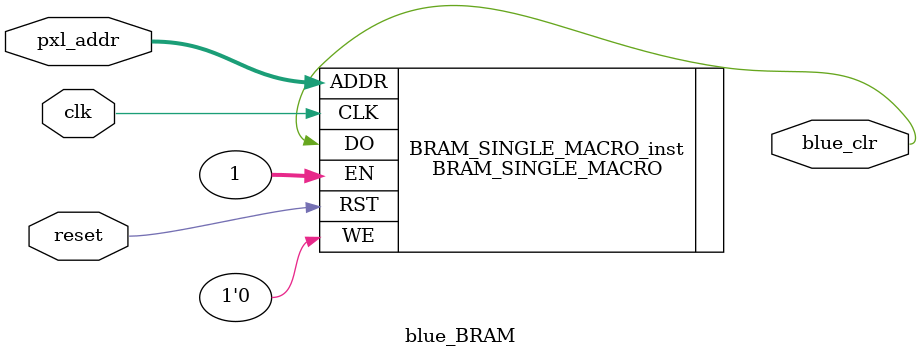
<source format=v>
module blue_BRAM(clk, reset, pxl_addr, blue_clr);
input clk, reset;
input [13:0] pxl_addr;
output blue_clr;
// BRAM_SINGLE_MACRO : In order to incorporate this function into the design,
//   Verilog   : the following instance declaration needs to be placed
//  instance   : in the body of the design code.  The instance name
// declaration : (BRAM_SINGLE_MACRO_inst) and/or the port declarations within the
//    code     : parenthesis may be changed to properly reference and
//             : connect this function to the design.  All inputs
//             : and outputs must be connected.

//  <-----Cut code below this line---->

   // BRAM_SINGLE_MACRO: Single Port RAM
   //                    Artix-7
   // Xilinx HDL Language Template, version 2018.3

   /////////////////////////////////////////////////////////////////////
   //  READ_WIDTH | BRAM_SIZE | READ Depth  | ADDR Width |            //
   // WRITE_WIDTH |           | WRITE Depth |            |  WE Width  //
   // ============|===========|=============|============|============//
   //    37-72    |  "36Kb"   |      512    |    9-bit   |    8-bit   //
   //    19-36    |  "36Kb"   |     1024    |   10-bit   |    4-bit   //
   //    19-36    |  "18Kb"   |      512    |    9-bit   |    4-bit   //
   //    10-18    |  "36Kb"   |     2048    |   11-bit   |    2-bit   //
   //    10-18    |  "18Kb"   |     1024    |   10-bit   |    2-bit   //
   //     5-9     |  "36Kb"   |     4096    |   12-bit   |    1-bit   //
   //     5-9     |  "18Kb"   |     2048    |   11-bit   |    1-bit   //
   //     3-4     |  "36Kb"   |     8192    |   13-bit   |    1-bit   //
   //     3-4     |  "18Kb"   |     4096    |   12-bit   |    1-bit   //
   //       2     |  "36Kb"   |    16384    |   14-bit   |    1-bit   //
   //       2     |  "18Kb"   |     8192    |   13-bit   |    1-bit   //
   //       1     |  "36Kb"   |    32768    |   15-bit   |    1-bit   //
   //       1     |  "18Kb"   |    16384    |   14-bit   |    1-bit   //
   /////////////////////////////////////////////////////////////////////

   BRAM_SINGLE_MACRO #(
      .BRAM_SIZE("18Kb"), // Target BRAM, "18Kb" or "36Kb" 
      .DEVICE("7SERIES"), // Target Device: "7SERIES" 
      .DO_REG(0), // Optional output register (0 or 1)
      .INIT(36'h000000000), // Initial values on output port
      .INIT_FILE ("NONE"),
      .WRITE_WIDTH(1), // Valid values are 1-72 (37-72 only valid when BRAM_SIZE="36Kb")
      .READ_WIDTH(1),  // Valid values are 1-72 (37-72 only valid when BRAM_SIZE="36Kb")
      .SRVAL(36'h000000000), // Set/Reset value for port output
      .WRITE_MODE("WRITE_FIRST"), // "WRITE_FIRST", "READ_FIRST", or "NO_CHANGE" 
      //ex. memory location INIT_00 is for 256 to 0                                                   //lines katw <-- panw
      .INIT_00(256'h0000_0000_0000_0000_0000_0000_0000_0000_FFFF_FFFF_FFFF_FFFF_FFFF_FFFF_FFFF_FFFF),//red(1h)-white 
      .INIT_01(256'hFFFF_FFFF_FFFF_FFFF_FFFF_FFFF_FFFF_FFFF_FFFF_FFFF_FFFF_FFFF_FFFF_FFFF_FFFF_FFFF),//white-white
      .INIT_02(256'hFFFF_FFFF_FFFF_FFFF_FFFF_FFFF_FFFF_FFFF_0000_0000_0000_0000_0000_0000_0000_0000),//white-red(2h)
      .INIT_03(256'h0000_0000_0000_0000_0000_0000_0000_0000_FFFF_FFFF_FFFF_FFFF_FFFF_FFFF_FFFF_FFFF),//red(3h)-white
      .INIT_04(256'hFFFF_FFFF_FFFF_FFFF_FFFF_FFFF_FFFF_FFFF_FFFF_FFFF_FFFF_FFFF_FFFF_FFFF_FFFF_FFFF),//white-white
      .INIT_05(256'hFFFF_FFFF_FFFF_FFFF_FFFF_FFFF_FFFF_FFFF_0000_0000_0000_0000_0000_0000_0000_0000),//white-red(4h)
      .INIT_06(256'h0000_0000_0000_0000_0000_0000_0000_0000_FFFF_FFFF_FFFF_FFFF_FFFF_FFFF_FFFF_FFFF),//red(5h)-white
      .INIT_07(256'hFFFF_FFFF_FFFF_FFFF_FFFF_FFFF_FFFF_FFFF_FFFF_FFFF_FFFF_FFFF_FFFF_FFFF_FFFF_FFFF),//white-white
      .INIT_08(256'hFFFF_FFFF_FFFF_FFFF_FFFF_FFFF_FFFF_FFFF_0000_0000_0000_0000_0000_0000_0000_0000),//white-red(6h)
      .INIT_09(256'h0000_0000_0000_0000_0000_0000_0000_0000_FFFF_FFFF_FFFF_FFFF_FFFF_FFFF_FFFF_FFFF),//red(7h)-white
      .INIT_0A(256'hFFFF_FFFF_FFFF_FFFF_FFFF_FFFF_FFFF_FFFF_FFFF_FFFF_FFFF_FFFF_FFFF_FFFF_FFFF_FFFF),//white-white
      .INIT_0B(256'hFFFF_FFFF_FFFF_FFFF_FFFF_FFFF_FFFF_FFFF_0000_0000_0000_0000_0000_0000_0000_0000),//white-red(8h)
      .INIT_0C(256'h0000_0000_0000_0000_0000_0000_0000_0000_FFFF_FFFF_FFFF_FFFF_FFFF_FFFF_FFFF_FFFF),//green(1h)-white
      .INIT_0D(256'hFFFF_FFFF_FFFF_FFFF_FFFF_FFFF_FFFF_FFFF_FFFF_FFFF_FFFF_FFFF_FFFF_FFFF_FFFF_FFFF),//white-white
      .INIT_0E(256'hFFFF_FFFF_FFFF_FFFF_FFFF_FFFF_FFFF_FFFF_0000_0000_0000_0000_0000_0000_0000_0000),//white-green(2h)
      .INIT_0F(256'h0000_0000_0000_0000_0000_0000_0000_0000_FFFF_FFFF_FFFF_FFFF_FFFF_FFFF_FFFF_FFFF),//green(3h)-white
      .INIT_10(256'hFFFF_FFFF_FFFF_FFFF_FFFF_FFFF_FFFF_FFFF_FFFF_FFFF_FFFF_FFFF_FFFF_FFFF_FFFF_FFFF),//white-white
      .INIT_11(256'hFFFF_FFFF_FFFF_FFFF_FFFF_FFFF_FFFF_FFFF_0000_0000_0000_0000_0000_0000_0000_0000),//white-green(4h)
      .INIT_12(256'h0000_0000_0000_0000_0000_0000_0000_0000_FFFF_FFFF_FFFF_FFFF_FFFF_FFFF_FFFF_FFFF),//green(5h)-white
      .INIT_13(256'hFFFF_FFFF_FFFF_FFFF_FFFF_FFFF_FFFF_FFFF_FFFF_FFFF_FFFF_FFFF_FFFF_FFFF_FFFF_FFFF),//white-white
      .INIT_14(256'hFFFF_FFFF_FFFF_FFFF_FFFF_FFFF_FFFF_FFFF_0000_0000_0000_0000_0000_0000_0000_0000),//white-green(6h)
      .INIT_15(256'h0000_0000_0000_0000_0000_0000_0000_0000_FFFF_FFFF_FFFF_FFFF_FFFF_FFFF_FFFF_FFFF),//green(7h)-white
      .INIT_16(256'hFFFF_FFFF_FFFF_FFFF_FFFF_FFFF_FFFF_FFFF_FFFF_FFFF_FFFF_FFFF_FFFF_FFFF_FFFF_FFFF),//white-white
      .INIT_17(256'hFFFF_FFFF_FFFF_FFFF_FFFF_FFFF_FFFF_FFFF_0000_0000_0000_0000_0000_0000_0000_0000),//white-green(8h)
      .INIT_18(256'hFFFF_FFFF_FFFF_FFFF_FFFF_FFFF_FFFF_FFFF_FFFF_FFFF_FFFF_FFFF_FFFF_FFFF_FFFF_FFFF),//blue(1h)-white
      .INIT_19(256'hFFFF_FFFF_FFFF_FFFF_FFFF_FFFF_FFFF_FFFF_FFFF_FFFF_FFFF_FFFF_FFFF_FFFF_FFFF_FFFF),//white-white
      .INIT_1A(256'hFFFF_FFFF_FFFF_FFFF_FFFF_FFFF_FFFF_FFFF_FFFF_FFFF_FFFF_FFFF_FFFF_FFFF_FFFF_FFFF),//white-blue(2h)
      .INIT_1B(256'hFFFF_FFFF_FFFF_FFFF_FFFF_FFFF_FFFF_FFFF_FFFF_FFFF_FFFF_FFFF_FFFF_FFFF_FFFF_FFFF),//blue(3h)-white
      .INIT_1C(256'hFFFF_FFFF_FFFF_FFFF_FFFF_FFFF_FFFF_FFFF_FFFF_FFFF_FFFF_FFFF_FFFF_FFFF_FFFF_FFFF),//white-white
      .INIT_1D(256'hFFFF_FFFF_FFFF_FFFF_FFFF_FFFF_FFFF_FFFF_FFFF_FFFF_FFFF_FFFF_FFFF_FFFF_FFFF_FFFF),//white-blue(4h)
      .INIT_1E(256'hFFFF_FFFF_FFFF_FFFF_FFFF_FFFF_FFFF_FFFF_FFFF_FFFF_FFFF_FFFF_FFFF_FFFF_FFFF_FFFF),//blue(5h)-white
      .INIT_1F(256'hFFFF_FFFF_FFFF_FFFF_FFFF_FFFF_FFFF_FFFF_FFFF_FFFF_FFFF_FFFF_FFFF_FFFF_FFFF_FFFF),//white-white
      .INIT_20(256'hFFFF_FFFF_FFFF_FFFF_FFFF_FFFF_FFFF_FFFF_FFFF_FFFF_FFFF_FFFF_FFFF_FFFF_FFFF_FFFF),//white-blue(6h)
      .INIT_21(256'hFFFF_FFFF_FFFF_FFFF_FFFF_FFFF_FFFF_FFFF_FFFF_FFFF_FFFF_FFFF_FFFF_FFFF_FFFF_FFFF),//blue(7h)-white
      .INIT_22(256'hFFFF_FFFF_FFFF_FFFF_FFFF_FFFF_FFFF_FFFF_FFFF_FFFF_FFFF_FFFF_FFFF_FFFF_FFFF_FFFF),//white-white
      .INIT_23(256'hFFFF_FFFF_FFFF_FFFF_FFFF_FFFF_FFFF_FFFF_FFFF_FFFF_FFFF_FFFF_FFFF_FFFF_FFFF_FFFF),//white-blue(8h)
      .INIT_24(256'hFF00_0000_FF00_0000_FF00_0000_FF00_0000_FFFF_FFFF_FFFF_FFFF_FFFF_FFFF_FFFF_FFFF),//black(1h)-white
      .INIT_25(256'hFF00_FFFF_FF00_FFFF_FF00_FFFF_FF00_FFFF_FF00_FFFF_FF00_FFFF_FF00_FFFF_FF00_FFFF),//white-white
      .INIT_26(256'hFF00_FFFF_FF00_FFFF_FF00_FFFF_FF00_FFFF_FF00_0000_FF00_0000_FF00_0000_FF00_0000),//white-black(2h)
      .INIT_27(256'hFF00_0000_FF00_0000_FF00_0000_FF00_0000_FF00_FFFF_FF00_FFFF_FF00_FFFF_FF00_FFFF),//black(3h)-white
      .INIT_28(256'hFF00_FFFF_FF00_FFFF_FF00_FFFF_FF00_FFFF_FF00_FFFF_FF00_FFFF_FF00_FFFF_FF00_FFFF),//white-white
      .INIT_29(256'hFF00_FFFF_FF00_FFFF_FF00_FFFF_FF00_FFFF_FF00_0000_FF00_0000_FF00_0000_FF00_0000),//white-black(4h)
      .INIT_2A(256'hFF00_0000_FF00_0000_FF00_0000_FF00_0000_FF00_FFFF_FF00_FFFF_FF00_FFFF_FF00_FFFF),//black(5h)-white
      .INIT_2B(256'hFF00_FFFF_FF00_FFFF_FF00_FFFF_FF00_FFFF_FF00_FFFF_FF00_FFFF_FF00_FFFF_FF00_FFFF),//white-white
      .INIT_2C(256'hFF00_FFFF_FF00_FFFF_FF00_FFFF_FF00_FFFF_FF00_0000_FF00_0000_FF00_0000_FF00_0000),//white-black(6h)
      .INIT_2D(256'hFF00_0000_FF00_0000_FF00_0000_FF00_0000_FF00_FFFF_FF00_FFFF_FF00_FFFF_FF00_FFFF),//black(7h)-white
      .INIT_2E(256'hFF00_FFFF_FF00_FFFF_FF00_FFFF_FF00_FFFF_FF00_FFFF_FF00_FFFF_FF00_FFFF_FF00_FFFF),//white-white
      .INIT_2F(256'hFF00_FFFF_FF00_FFFF_FF00_FFFF_FF00_FFFF_FF00_0000_FF00_0000_FF00_0000_FF00_0000)//white-black(8h)
      
   ) BRAM_SINGLE_MACRO_inst (
      .DO(blue_clr),       // Output data, width defined by READ_WIDTH parameter
      .ADDR(pxl_addr),   // Input address, width defined by read/write port depth
      .CLK(clk),     // 1-bit input clock
      //.DI(DI),       // Input data port, width defined by WRITE_WIDTH parameter
      .EN(1),       // 1-bit input RAM enable
      //.REGCE(REGCE), // 1-bit input output register enable
      .RST(reset),     // 1-bit input reset
      .WE(1'b0)        // Input write enable, width defined by write port depth
   );

   // End of BRAM_SINGLE_MACRO_inst instantiation
   endmodule				
				
</source>
